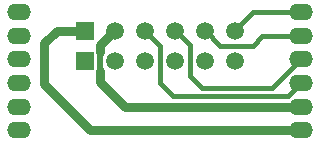
<source format=gbl>
G04*
G04 #@! TF.GenerationSoftware,Altium Limited,Altium Designer,21.0.8 (223)*
G04*
G04 Layer_Physical_Order=2*
G04 Layer_Color=16711680*
%FSLAX25Y25*%
%MOIN*%
G70*
G04*
G04 #@! TF.SameCoordinates,FC9B9BF5-C150-4AF8-8773-705BE2CDE54D*
G04*
G04*
G04 #@! TF.FilePolarity,Positive*
G04*
G01*
G75*
%ADD15C,0.03000*%
%ADD16C,0.01500*%
%ADD17C,0.05906*%
%ADD18R,0.05906X0.05906*%
%ADD19O,0.07874X0.05512*%
%ADD20O,0.07874X0.05512*%
%ADD21C,0.02000*%
D15*
X27200Y20100D02*
X35489Y11811D01*
X94095Y11811D01*
X27200Y20100D02*
Y23600D01*
Y30200D02*
Y32400D01*
X32000Y37200D01*
X12800D02*
X22200D01*
X8500Y32900D02*
X12800Y37200D01*
X8500Y19400D02*
Y32900D01*
Y19400D02*
X23963Y3937D01*
X94095D01*
D16*
X62100Y37300D02*
X67191Y32209D01*
X81323Y35433D02*
X94095D01*
X67191Y32209D02*
X78098D01*
X81323Y35433D01*
X71900Y37000D02*
X78400Y43500D01*
X94095D01*
X52300Y37400D02*
X57200Y32500D01*
Y22000D02*
Y32500D01*
Y22000D02*
X61100Y18100D01*
X84635D01*
X94095Y27559D01*
X42100Y37200D02*
X47100Y32200D01*
X42000Y37300D02*
X42100Y37200D01*
X47100Y19800D02*
Y32200D01*
Y19800D02*
X51500Y15400D01*
X89810D01*
X94095Y19685D01*
D17*
X42100Y27200D02*
D03*
X72100D02*
D03*
X62100D02*
D03*
X52100D02*
D03*
X32100D02*
D03*
X42100Y37200D02*
D03*
X72100D02*
D03*
X62100D02*
D03*
X52100D02*
D03*
X32100D02*
D03*
D18*
X22100Y27200D02*
D03*
Y37200D02*
D03*
D19*
X394Y3937D02*
D03*
Y43307D02*
D03*
Y35433D02*
D03*
Y27559D02*
D03*
Y19685D02*
D03*
Y11811D02*
D03*
D20*
X94095Y3937D02*
D03*
Y11811D02*
D03*
Y19685D02*
D03*
Y27559D02*
D03*
Y35433D02*
D03*
Y43500D02*
D03*
D21*
X27200Y23600D02*
Y30200D01*
M02*

</source>
